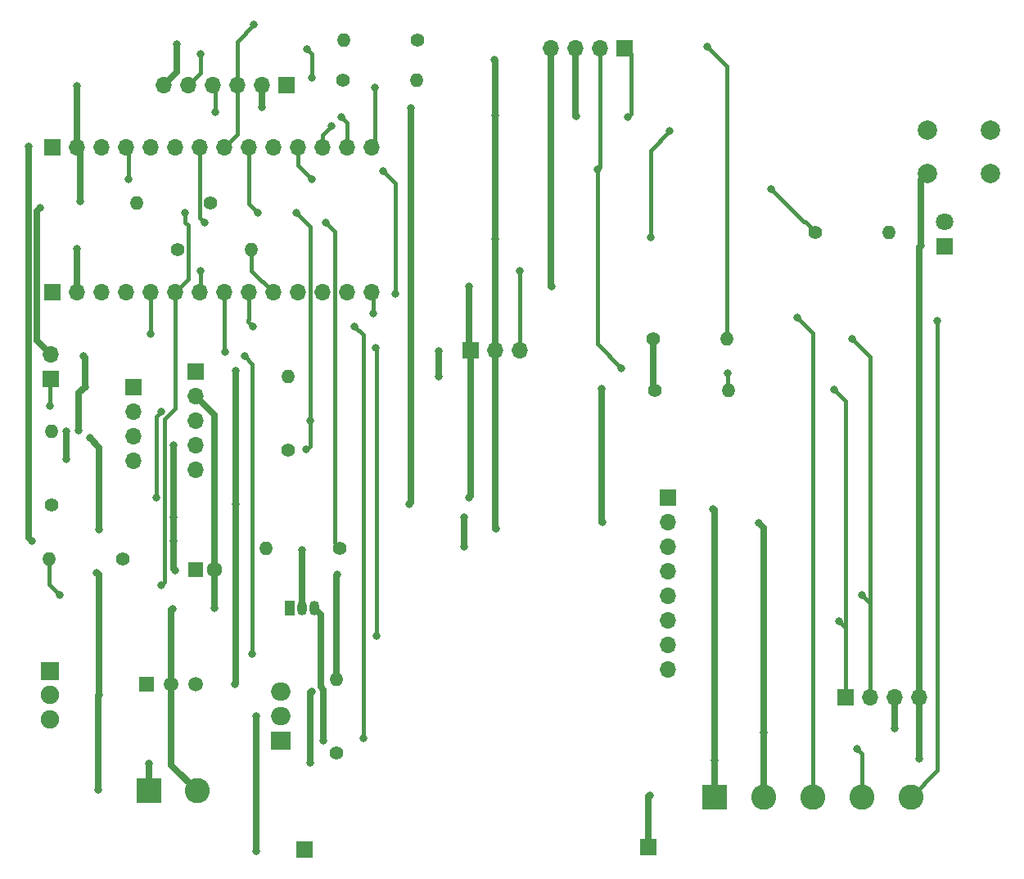
<source format=gbr>
%TF.GenerationSoftware,KiCad,Pcbnew,8.0.6-8.0.6-0~ubuntu24.04.1*%
%TF.CreationDate,2025-10-06T12:03:20-04:00*%
%TF.ProjectId,sweet-p,73776565-742d-4702-9e6b-696361645f70,rev?*%
%TF.SameCoordinates,Original*%
%TF.FileFunction,Copper,L2,Bot*%
%TF.FilePolarity,Positive*%
%FSLAX46Y46*%
G04 Gerber Fmt 4.6, Leading zero omitted, Abs format (unit mm)*
G04 Created by KiCad (PCBNEW 8.0.6-8.0.6-0~ubuntu24.04.1) date 2025-10-06 12:03:20*
%MOMM*%
%LPD*%
G01*
G04 APERTURE LIST*
%TA.AperFunction,ComponentPad*%
%ADD10O,1.400000X1.400000*%
%TD*%
%TA.AperFunction,ComponentPad*%
%ADD11C,1.400000*%
%TD*%
%TA.AperFunction,ComponentPad*%
%ADD12R,1.900000X1.900000*%
%TD*%
%TA.AperFunction,ComponentPad*%
%ADD13C,1.900000*%
%TD*%
%TA.AperFunction,ComponentPad*%
%ADD14R,1.700000X1.700000*%
%TD*%
%TA.AperFunction,ComponentPad*%
%ADD15O,1.700000X1.700000*%
%TD*%
%TA.AperFunction,ComponentPad*%
%ADD16R,1.800000X1.800000*%
%TD*%
%TA.AperFunction,ComponentPad*%
%ADD17C,1.800000*%
%TD*%
%TA.AperFunction,ComponentPad*%
%ADD18C,2.000000*%
%TD*%
%TA.AperFunction,ComponentPad*%
%ADD19R,2.600000X2.600000*%
%TD*%
%TA.AperFunction,ComponentPad*%
%ADD20C,2.600000*%
%TD*%
%TA.AperFunction,ComponentPad*%
%ADD21R,1.508000X1.508000*%
%TD*%
%TA.AperFunction,ComponentPad*%
%ADD22C,1.508000*%
%TD*%
%TA.AperFunction,ComponentPad*%
%ADD23R,1.600000X1.600000*%
%TD*%
%TA.AperFunction,ComponentPad*%
%ADD24C,1.600000*%
%TD*%
%TA.AperFunction,ComponentPad*%
%ADD25R,2.000000X1.905000*%
%TD*%
%TA.AperFunction,ComponentPad*%
%ADD26O,2.000000X1.905000*%
%TD*%
%TA.AperFunction,ComponentPad*%
%ADD27R,1.050000X1.500000*%
%TD*%
%TA.AperFunction,ComponentPad*%
%ADD28O,1.050000X1.500000*%
%TD*%
%TA.AperFunction,ViaPad*%
%ADD29C,0.800000*%
%TD*%
%TA.AperFunction,Conductor*%
%ADD30C,0.700000*%
%TD*%
%TA.AperFunction,Conductor*%
%ADD31C,0.400000*%
%TD*%
G04 APERTURE END LIST*
D10*
%TO.P,R5,2*%
%TO.N,RX*%
X104420000Y-41250000D03*
D11*
%TO.P,R5,1*%
%TO.N,Net-(J7-Pin_5)*%
X96800000Y-41250000D03*
%TD*%
D12*
%TO.P,S2,1*%
%TO.N,Net-(U8-+VIN)*%
X66500000Y-102400000D03*
D13*
%TO.P,S2,2*%
%TO.N,VEXT*%
X66500000Y-104900000D03*
%TO.P,S2,3*%
%TO.N,unconnected-(S2-Pad3)*%
X66500000Y-107400000D03*
%TD*%
D14*
%TO.P,U1,1,VDD*%
%TO.N,5V_DC*%
X81600000Y-71400000D03*
D15*
%TO.P,U1,2,GND*%
%TO.N,GND*%
X81600000Y-73940000D03*
%TO.P,U1,3,DELAY*%
%TO.N,Net-(J3-Pin_2)*%
X81600000Y-76480000D03*
%TO.P,U1,4,DRIVE*%
%TO.N,5V_TIMER*%
X81600000Y-79020000D03*
%TO.P,U1,5,DONE*%
%TO.N,DONE*%
X81600000Y-81560000D03*
%TD*%
D11*
%TO.P,R19,1*%
%TO.N,DONE*%
X91100000Y-79570000D03*
D10*
%TO.P,R19,2*%
%TO.N,GND*%
X91100000Y-71950000D03*
%TD*%
D16*
%TO.P,D1,1,K*%
%TO.N,GND*%
X159070000Y-58440000D03*
D17*
%TO.P,D1,2,A*%
%TO.N,Net-(D1-A)*%
X159070000Y-55900000D03*
%TD*%
D18*
%TO.P,SW1,1,1*%
%TO.N,FORCE_A5*%
X157250000Y-46450000D03*
X163750000Y-46450000D03*
%TO.P,SW1,2,2*%
%TO.N,GND*%
X157250000Y-50950000D03*
X163750000Y-50950000D03*
%TD*%
D14*
%TO.P,J4,1,Pin_1*%
%TO.N,Net-(J4-Pin_1)*%
X92800000Y-120900000D03*
%TD*%
D19*
%TO.P,J2,1,Pin_1*%
%TO.N,VEXT*%
X76750000Y-114800000D03*
D20*
%TO.P,J2,2,Pin_2*%
%TO.N,GND*%
X81750000Y-114800000D03*
%TD*%
D21*
%TO.P,U8,1,+VIN*%
%TO.N,Net-(U8-+VIN)*%
X76520000Y-103800000D03*
D22*
%TO.P,U8,2,GND*%
%TO.N,GND*%
X79060000Y-103800000D03*
%TO.P,U8,3,+VOUT*%
%TO.N,5V_DC*%
X81600000Y-103800000D03*
%TD*%
D23*
%TO.P,C2,1*%
%TO.N,5V_TIMER*%
X81544888Y-91950000D03*
D24*
%TO.P,C2,2*%
%TO.N,GND*%
X83544888Y-91950000D03*
%TD*%
D14*
%TO.P,J8,1,Pin_1*%
%TO.N,GND*%
X130450000Y-84500000D03*
D15*
%TO.P,J8,2,Pin_2*%
%TO.N,+3V3*%
X130450000Y-87040000D03*
%TO.P,J8,3,Pin_3*%
%TO.N,5V_TIMER*%
X130450000Y-89580000D03*
%TO.P,J8,4,Pin_4*%
%TO.N,VEXT*%
X130450000Y-92120000D03*
%TO.P,J8,5,Pin_5*%
%TO.N,SDA*%
X130450000Y-94660000D03*
%TO.P,J8,6,Pin_6*%
%TO.N,SCL*%
X130450000Y-97200000D03*
%TO.P,J8,7,Pin_7*%
%TO.N,A0*%
X130450000Y-99740000D03*
%TO.P,J8,8,Pin_8*%
%TO.N,A3*%
X130450000Y-102280000D03*
%TD*%
D10*
%TO.P,R17,2*%
%TO.N,GND*%
X96900000Y-37100000D03*
D11*
%TO.P,R17,1*%
%TO.N,SAT_EN*%
X104520000Y-37100000D03*
%TD*%
%TO.P,R13,1*%
%TO.N,VEXT*%
X74050000Y-90844887D03*
D10*
%TO.P,R13,2*%
%TO.N,BATT_A1*%
X66430000Y-90844887D03*
%TD*%
D14*
%TO.P,J6,1,Pin_1*%
%TO.N,Net-(J3-Pin_2)*%
X66600000Y-72200000D03*
D15*
%TO.P,J6,2,Pin_2*%
%TO.N,GND*%
X66600000Y-69660000D03*
%TD*%
D14*
%TO.P,J9,1,Pin_1*%
%TO.N,GND*%
X128400000Y-120600000D03*
%TD*%
%TO.P,J3,1,Pin_1*%
%TO.N,GND*%
X75150000Y-73000000D03*
D15*
%TO.P,J3,2,Pin_2*%
%TO.N,Net-(J3-Pin_2)*%
X75150000Y-75540000D03*
%TO.P,J3,3,Pin_3*%
%TO.N,+3V3*%
X75150000Y-78080000D03*
%TO.P,J3,4,Pin_4*%
%TO.N,DONE*%
X75150000Y-80620000D03*
%TD*%
D25*
%TO.P,Q1,1,G*%
%TO.N,Net-(Q1-G)*%
X90350000Y-109580000D03*
D26*
%TO.P,Q1,2,D*%
%TO.N,Net-(J4-Pin_1)*%
X90350000Y-107040000D03*
%TO.P,Q1,3,S*%
%TO.N,VEXT*%
X90350000Y-104500000D03*
%TD*%
D11*
%TO.P,R7,1*%
%TO.N,LED*%
X145650000Y-57000000D03*
D10*
%TO.P,R7,2*%
%TO.N,Net-(D1-A)*%
X153270000Y-57000000D03*
%TD*%
D11*
%TO.P,R12,1*%
%TO.N,+3V3*%
X129030000Y-73350000D03*
D10*
%TO.P,R12,2*%
%TO.N,SCL*%
X136650000Y-73350000D03*
%TD*%
D14*
%TO.P,A2,1,RESET*%
%TO.N,unconnected-(A2-RESET-Pad1)*%
X66720000Y-63235000D03*
D15*
%TO.P,A2,2,3V*%
%TO.N,+3V3*%
X69260000Y-63235000D03*
%TO.P,A2,3,EN*%
%TO.N,unconnected-(A2-EN-Pad3)*%
X71800000Y-63235000D03*
%TO.P,A2,4,VHI*%
%TO.N,VHI*%
X74340000Y-63235000D03*
%TO.P,A2,5,A0*%
%TO.N,A0*%
X76880000Y-63235000D03*
%TO.P,A2,6,A1*%
%TO.N,BATT_A1*%
X79420000Y-63235000D03*
%TO.P,A2,7,A2*%
%TO.N,PROBE_A2*%
X81960000Y-63235000D03*
%TO.P,A2,8,A3*%
%TO.N,A3*%
X84500000Y-63235000D03*
%TO.P,A2,9,A4*%
%TO.N,TX_A4*%
X87040000Y-63235000D03*
%TO.P,A2,10,A5*%
%TO.N,FORCE_A5*%
X89580000Y-63235000D03*
%TO.P,A2,11,SCK*%
%TO.N,SCK*%
X92120000Y-63235000D03*
%TO.P,A2,12,M0*%
%TO.N,MOSI*%
X94660000Y-63235000D03*
%TO.P,A2,13,MI*%
%TO.N,MISO*%
X97200000Y-63235000D03*
%TO.P,A2,14,D2*%
%TO.N,RX_D2*%
X99740000Y-63235000D03*
%TO.P,A2,15,RX*%
%TO.N,RX*%
X99770000Y-48200000D03*
%TO.P,A2,16,TX*%
%TO.N,TX*%
X97230000Y-48200000D03*
%TO.P,A2,17,SDA*%
%TO.N,SDA*%
X94690000Y-48200000D03*
%TO.P,A2,18,SCL*%
%TO.N,SCL*%
X92150000Y-48200000D03*
%TO.P,A2,19,5!*%
%TO.N,unconnected-(A2-5!-Pad19)*%
X89610000Y-48200000D03*
%TO.P,A2,20,7*%
%TO.N,DONE*%
X87070000Y-48200000D03*
%TO.P,A2,21,9*%
%TO.N,SAT_EN*%
X84530000Y-48200000D03*
%TO.P,A2,22,10*%
%TO.N,PROBE_EN*%
X81990000Y-48200000D03*
%TO.P,A2,23,11*%
%TO.N,ONEWIRE_11*%
X79450000Y-48200000D03*
%TO.P,A2,24,12*%
%TO.N,D12*%
X76910000Y-48200000D03*
%TO.P,A2,25,13*%
%TO.N,LED*%
X74370000Y-48200000D03*
%TO.P,A2,26,USB*%
%TO.N,unconnected-(A2-USB-Pad26)*%
X71830000Y-48200000D03*
%TO.P,A2,27,GND*%
%TO.N,GND*%
X69290000Y-48200000D03*
D14*
%TO.P,A2,28,BAT*%
%TO.N,5V_TIMER*%
X66750000Y-48200000D03*
%TD*%
D11*
%TO.P,R2,1*%
%TO.N,Net-(J3-Pin_2)*%
X66700000Y-85220000D03*
D10*
%TO.P,R2,2*%
%TO.N,GND*%
X66700000Y-77600000D03*
%TD*%
D14*
%TO.P,J7,1,Pin_1*%
%TO.N,+3V3*%
X90960000Y-41800000D03*
D15*
%TO.P,J7,2,Pin_2*%
%TO.N,5V_DC*%
X88420000Y-41800000D03*
%TO.P,J7,3,Pin_3*%
%TO.N,SAT_EN*%
X85880000Y-41800000D03*
%TO.P,J7,4,Pin_4*%
%TO.N,TX*%
X83340000Y-41800000D03*
%TO.P,J7,5,Pin_5*%
%TO.N,Net-(J7-Pin_5)*%
X80800000Y-41800000D03*
%TO.P,J7,6,Pin_6*%
%TO.N,GND*%
X78260000Y-41800000D03*
%TD*%
D14*
%TO.P,U2,1,SCL*%
%TO.N,SCL*%
X148800000Y-105150000D03*
D15*
%TO.P,U2,2,SDA*%
%TO.N,SDA*%
X151340000Y-105150000D03*
%TO.P,U2,3,VCC*%
%TO.N,+3V3*%
X153880000Y-105150000D03*
%TO.P,U2,4,GND*%
%TO.N,GND*%
X156420000Y-105150000D03*
%TD*%
D10*
%TO.P,R9,2*%
%TO.N,SDA*%
X136522500Y-68050000D03*
D11*
%TO.P,R9,1*%
%TO.N,+3V3*%
X128902500Y-68050000D03*
%TD*%
%TO.P,R21,1*%
%TO.N,Net-(Q1-G)*%
X96100000Y-110910000D03*
D10*
%TO.P,R21,2*%
%TO.N,VEXT*%
X96100000Y-103290000D03*
%TD*%
D11*
%TO.P,R22,1*%
%TO.N,PROBE_EN*%
X96500000Y-89700000D03*
D10*
%TO.P,R22,2*%
%TO.N,Net-(Q2-B)*%
X88880000Y-89700000D03*
%TD*%
D14*
%TO.P,J11,1,Pin_1*%
%TO.N,GND*%
X110050000Y-69250000D03*
D15*
%TO.P,J11,2,Pin_2*%
%TO.N,+3V3*%
X112590000Y-69250000D03*
%TO.P,J11,3,Pin_3*%
%TO.N,PROBE_A2*%
X115130000Y-69250000D03*
%TD*%
%TO.P,U4,1,GND*%
%TO.N,GND*%
X118340000Y-37937500D03*
%TO.P,U4,2,3V3*%
%TO.N,+3V3*%
X120880000Y-37937500D03*
%TO.P,U4,3,SCL*%
%TO.N,SCL*%
X123420000Y-37937500D03*
D14*
%TO.P,U4,4,SDA*%
%TO.N,SDA*%
X125960000Y-37937500D03*
%TD*%
D11*
%TO.P,R4,1*%
%TO.N,+3V3*%
X79700000Y-58800000D03*
D10*
%TO.P,R4,2*%
%TO.N,FORCE_A5*%
X87320000Y-58800000D03*
%TD*%
D19*
%TO.P,J5,1,Pin_1*%
%TO.N,GND*%
X135220000Y-115450000D03*
D20*
%TO.P,J5,2,Pin_2*%
%TO.N,+3V3*%
X140300000Y-115450000D03*
%TO.P,J5,3,Pin_3*%
%TO.N,RX_D2*%
X145380000Y-115450000D03*
%TO.P,J5,4,Pin_4*%
%TO.N,TX_A4*%
X150460000Y-115450000D03*
%TO.P,J5,5,Pin_5*%
%TO.N,D12*%
X155540000Y-115450000D03*
%TD*%
D27*
%TO.P,Q2,1,E*%
%TO.N,GND*%
X91260000Y-95900000D03*
D28*
%TO.P,Q2,2,B*%
%TO.N,Net-(Q2-B)*%
X92530000Y-95900000D03*
%TO.P,Q2,3,C*%
%TO.N,Net-(Q1-G)*%
X93800000Y-95900000D03*
%TD*%
D11*
%TO.P,R15,1*%
%TO.N,BATT_A1*%
X83120000Y-54000000D03*
D10*
%TO.P,R15,2*%
%TO.N,GND*%
X75500000Y-54000000D03*
%TD*%
D29*
%TO.N,GND*%
X65500000Y-54500000D03*
%TO.N,BATT_A1*%
X80500000Y-55000000D03*
X78000000Y-93500000D03*
X67500000Y-94500000D03*
%TO.N,Net-(J3-Pin_2)*%
X77500000Y-84500000D03*
X78000000Y-75540000D03*
X66500000Y-75000000D03*
%TO.N,DONE*%
X92000000Y-55000000D03*
X88000000Y-55000000D03*
X93000000Y-79500000D03*
%TO.N,PROBE_EN*%
X82500000Y-56000000D03*
X95000000Y-56000000D03*
%TO.N,SAT_EN*%
X87600000Y-35550000D03*
%TO.N,GND*%
X79600000Y-37550000D03*
%TO.N,Net-(J7-Pin_5)*%
X93100000Y-38050000D03*
X93600000Y-41050000D03*
X82100000Y-38550000D03*
%TO.N,TX*%
X83600000Y-44550000D03*
X96600000Y-45050000D03*
%TO.N,RX*%
X100100000Y-42050000D03*
%TO.N,SCL*%
X136600000Y-71550000D03*
X125600000Y-71050000D03*
X123100000Y-50550000D03*
X93600000Y-51550000D03*
%TO.N,SDA*%
X126300000Y-45050000D03*
X95600000Y-46050000D03*
%TO.N,PROBE_A2*%
X82100000Y-61050000D03*
X115100000Y-61050000D03*
%TO.N,LED*%
X141100000Y-52550000D03*
X74600000Y-51550000D03*
%TO.N,FORCE_A5*%
X128600000Y-57550000D03*
X130600000Y-46550000D03*
%TO.N,SDA*%
X134500000Y-37850000D03*
%TO.N,SCL*%
X147600000Y-73250000D03*
%TO.N,SDA*%
X149500000Y-68050000D03*
%TO.N,GND*%
X135100000Y-85650000D03*
%TO.N,A0*%
X100300000Y-98750000D03*
X76900000Y-67550000D03*
X100200000Y-68950000D03*
%TO.N,A3*%
X84600000Y-69350000D03*
X87400000Y-100650000D03*
X86600000Y-69850000D03*
%TO.N,SCL*%
X148100000Y-97250000D03*
%TO.N,SDA*%
X150500000Y-94550000D03*
%TO.N,RX_D2*%
X99900000Y-65450000D03*
X143800000Y-65850000D03*
%TO.N,TX_A4*%
X87500000Y-66725000D03*
X98900000Y-109325000D03*
X149975000Y-110450000D03*
X98000000Y-66725000D03*
%TO.N,D12*%
X102200000Y-63350000D03*
X158250000Y-66150000D03*
X100950000Y-50700000D03*
%TO.N,+3V3*%
X120900000Y-45025000D03*
X112550000Y-44925000D03*
%TO.N,GND*%
X109875000Y-62650000D03*
X118350000Y-62650000D03*
X109850000Y-84450000D03*
X156400000Y-111475000D03*
X135200000Y-111650000D03*
X156550000Y-58400000D03*
%TO.N,+3V3*%
X123550000Y-73175000D03*
X123600000Y-87040000D03*
X139800000Y-87075000D03*
X153850000Y-108300000D03*
X140350000Y-108725000D03*
%TO.N,GND*%
X128525000Y-115275000D03*
%TO.N,+3V3*%
X112450000Y-39200000D03*
X112550000Y-57700000D03*
%TO.N,GND*%
X69275000Y-41850000D03*
%TO.N,5V_TIMER*%
X64600000Y-88950000D03*
X79300000Y-88950000D03*
X64250000Y-48150000D03*
%TO.N,Net-(Q2-B)*%
X92600000Y-89850000D03*
%TO.N,Net-(Q1-G)*%
X94770000Y-109580000D03*
%TO.N,Net-(J4-Pin_1)*%
X87850000Y-121000000D03*
X87800000Y-107100000D03*
%TO.N,VEXT*%
X96200000Y-92400000D03*
X93450000Y-111900000D03*
X93550000Y-104500000D03*
X76750000Y-111950000D03*
%TO.N,5V_TIMER*%
X109300000Y-86500000D03*
X79300000Y-86500000D03*
X109300000Y-89550000D03*
%TO.N,5V_DC*%
X103800000Y-44200000D03*
X88450000Y-44100000D03*
X103650000Y-85150000D03*
X85750000Y-85150000D03*
X85600000Y-103750000D03*
X85750000Y-71350000D03*
%TO.N,5V_TIMER*%
X79450000Y-92000000D03*
X79300000Y-79000000D03*
%TO.N,GND*%
X83550000Y-95900000D03*
X79150000Y-95950000D03*
%TO.N,VEXT*%
X71450000Y-114700000D03*
X71350000Y-92250000D03*
X71550000Y-104850000D03*
%TO.N,GND*%
X68150000Y-80450000D03*
X68200000Y-77600000D03*
X69450000Y-77500000D03*
X70000000Y-69850000D03*
X70100000Y-73000000D03*
%TO.N,+3V3*%
X70600000Y-78300000D03*
X71600000Y-87750000D03*
X112600000Y-87700000D03*
%TO.N,GND*%
X106750000Y-69300000D03*
X106750000Y-71900000D03*
%TO.N,+3V3*%
X69300000Y-58700000D03*
%TO.N,GND*%
X69600000Y-53800000D03*
%TO.N,DONE*%
X93410000Y-76500000D03*
%TD*%
D30*
%TO.N,GND*%
X65500000Y-54500000D02*
X65150000Y-54850000D01*
X65150000Y-54850000D02*
X65150000Y-68210000D01*
X65150000Y-68210000D02*
X66600000Y-69660000D01*
D31*
%TO.N,BATT_A1*%
X80800000Y-56300000D02*
X80800000Y-61855000D01*
X80500000Y-56000000D02*
X80800000Y-56300000D01*
X80500000Y-55000000D02*
X80500000Y-56000000D01*
X80800000Y-61855000D02*
X79420000Y-63235000D01*
X78331371Y-76340000D02*
X79420000Y-75251371D01*
X79420000Y-75251371D02*
X79420000Y-63235000D01*
X78000000Y-93500000D02*
X78331371Y-93168629D01*
X78331371Y-93168629D02*
X78331371Y-76340000D01*
X66430000Y-93430000D02*
X67500000Y-94500000D01*
X66430000Y-90844887D02*
X66430000Y-93430000D01*
%TO.N,Net-(J3-Pin_2)*%
X77500000Y-84500000D02*
X77500000Y-76040000D01*
X77500000Y-76040000D02*
X78000000Y-75540000D01*
X66500000Y-75000000D02*
X66500000Y-72300000D01*
X66500000Y-72300000D02*
X66600000Y-72200000D01*
D30*
%TO.N,GND*%
X83544888Y-91950000D02*
X83544888Y-75884888D01*
X83544888Y-75884888D02*
X81600000Y-73940000D01*
D31*
%TO.N,DONE*%
X87070000Y-48200000D02*
X87070000Y-54070000D01*
X87070000Y-54070000D02*
X88000000Y-55000000D01*
X92000000Y-55000000D02*
X93410000Y-56410000D01*
X93410000Y-79090000D02*
X93000000Y-79500000D01*
%TO.N,PROBE_EN*%
X82500000Y-56000000D02*
X81990000Y-55490000D01*
X96500000Y-89700000D02*
X95950000Y-89150000D01*
X95950000Y-89150000D02*
X95950000Y-56950000D01*
X95950000Y-56950000D02*
X95000000Y-56000000D01*
X81990000Y-55490000D02*
X81990000Y-48200000D01*
%TO.N,SAT_EN*%
X87600000Y-35550000D02*
X85880000Y-37270000D01*
X85880000Y-37270000D02*
X85880000Y-41800000D01*
D30*
%TO.N,GND*%
X79600000Y-37550000D02*
X79600000Y-40460000D01*
X79600000Y-40460000D02*
X78260000Y-41800000D01*
D31*
%TO.N,Net-(J7-Pin_5)*%
X93600000Y-38550000D02*
X93100000Y-38050000D01*
X93600000Y-41050000D02*
X93600000Y-38550000D01*
X82100000Y-38550000D02*
X82100000Y-40500000D01*
X82100000Y-40500000D02*
X80800000Y-41800000D01*
%TO.N,SAT_EN*%
X85880000Y-41800000D02*
X85880000Y-46850000D01*
X85880000Y-46850000D02*
X84530000Y-48200000D01*
%TO.N,TX*%
X97230000Y-48200000D02*
X97230000Y-45680000D01*
X97230000Y-45680000D02*
X96600000Y-45050000D01*
X83600000Y-44550000D02*
X83600000Y-42060000D01*
X83600000Y-42060000D02*
X83340000Y-41800000D01*
%TO.N,RX*%
X100100000Y-42050000D02*
X100100000Y-47870000D01*
X100100000Y-47870000D02*
X99770000Y-48200000D01*
%TO.N,SCL*%
X136600000Y-71550000D02*
X136600000Y-73300000D01*
X123100000Y-50550000D02*
X123100000Y-68550000D01*
X123100000Y-68550000D02*
X125600000Y-71050000D01*
X136600000Y-73300000D02*
X136650000Y-73350000D01*
X92150000Y-48200000D02*
X92150000Y-50100000D01*
X92150000Y-50100000D02*
X93600000Y-51550000D01*
X123100000Y-50550000D02*
X123420000Y-50230000D01*
X123420000Y-50230000D02*
X123420000Y-37937500D01*
%TO.N,SDA*%
X94690000Y-48200000D02*
X94690000Y-46960000D01*
X94690000Y-46960000D02*
X95600000Y-46050000D01*
X126300000Y-45050000D02*
X126600000Y-44750000D01*
X126600000Y-44750000D02*
X126600000Y-38577500D01*
X126600000Y-38577500D02*
X125960000Y-37937500D01*
%TO.N,PROBE_A2*%
X82100000Y-61050000D02*
X82100000Y-63095000D01*
X82100000Y-63095000D02*
X81960000Y-63235000D01*
X115130000Y-61080000D02*
X115100000Y-61050000D01*
X115130000Y-69250000D02*
X115130000Y-61080000D01*
%TO.N,LED*%
X144600000Y-55950000D02*
X144500000Y-55950000D01*
X144500000Y-55950000D02*
X141100000Y-52550000D01*
X145650000Y-57000000D02*
X144600000Y-55950000D01*
X74600000Y-51550000D02*
X74600000Y-48430000D01*
X74600000Y-48430000D02*
X74370000Y-48200000D01*
%TO.N,FORCE_A5*%
X87320000Y-58800000D02*
X87320000Y-60975000D01*
X87320000Y-60975000D02*
X89580000Y-63235000D01*
X128600000Y-48550000D02*
X128600000Y-57550000D01*
X130600000Y-46550000D02*
X128600000Y-48550000D01*
%TO.N,SDA*%
X136522500Y-39872500D02*
X134500000Y-37850000D01*
X136522500Y-68050000D02*
X136522500Y-39872500D01*
%TO.N,SCL*%
X148800000Y-74450000D02*
X147600000Y-73250000D01*
X148800000Y-98250000D02*
X148800000Y-74450000D01*
X148800000Y-105150000D02*
X148800000Y-98250000D01*
X148800000Y-98250000D02*
X148800000Y-97950000D01*
%TO.N,SDA*%
X151340000Y-69890000D02*
X149500000Y-68050000D01*
X151340000Y-95650000D02*
X151340000Y-69890000D01*
X151340000Y-105150000D02*
X151340000Y-95650000D01*
X151340000Y-95650000D02*
X151340000Y-95390000D01*
D30*
%TO.N,GND*%
X135200000Y-111650000D02*
X135200000Y-85750000D01*
X135200000Y-85750000D02*
X135100000Y-85650000D01*
D31*
%TO.N,A0*%
X100300000Y-98750000D02*
X100300000Y-69050000D01*
X100300000Y-69050000D02*
X100200000Y-68950000D01*
X76900000Y-67550000D02*
X76880000Y-67530000D01*
X76880000Y-67530000D02*
X76880000Y-63235000D01*
%TO.N,A3*%
X87400000Y-70650000D02*
X86600000Y-69850000D01*
X87400000Y-100650000D02*
X87400000Y-70650000D01*
X84600000Y-69350000D02*
X84500000Y-69250000D01*
X84500000Y-69250000D02*
X84500000Y-63235000D01*
%TO.N,SCL*%
X148800000Y-97950000D02*
X148100000Y-97250000D01*
%TO.N,SDA*%
X151340000Y-95390000D02*
X150500000Y-94550000D01*
%TO.N,RX_D2*%
X145380000Y-115450000D02*
X145380000Y-67430000D01*
X145380000Y-67430000D02*
X143800000Y-65850000D01*
X99900000Y-65450000D02*
X99900000Y-63395000D01*
X99900000Y-63395000D02*
X99740000Y-63235000D01*
%TO.N,TX_A4*%
X87500000Y-66725000D02*
X87000000Y-66225000D01*
X87000000Y-66225000D02*
X87000000Y-66050000D01*
X87000000Y-66050000D02*
X87040000Y-66010000D01*
X87040000Y-66010000D02*
X87040000Y-63235000D01*
X150460000Y-115450000D02*
X150460000Y-110935000D01*
X150460000Y-110935000D02*
X149975000Y-110450000D01*
X98900000Y-109325000D02*
X98900000Y-67625000D01*
X98900000Y-67625000D02*
X98000000Y-66725000D01*
%TO.N,D12*%
X102200000Y-51950000D02*
X100950000Y-50700000D01*
X158300000Y-112690000D02*
X158300000Y-110950000D01*
X155540000Y-115450000D02*
X158300000Y-112690000D01*
X102200000Y-63350000D02*
X102200000Y-51950000D01*
X158300000Y-110950000D02*
X158300000Y-66200000D01*
X158300000Y-66200000D02*
X158250000Y-66150000D01*
D30*
%TO.N,+3V3*%
X120880000Y-45005000D02*
X120900000Y-45025000D01*
X120880000Y-37937500D02*
X120880000Y-45005000D01*
X112550000Y-57700000D02*
X112550000Y-44925000D01*
X112550000Y-44925000D02*
X112550000Y-39300000D01*
%TO.N,GND*%
X118340000Y-37937500D02*
X118340000Y-62640000D01*
X118340000Y-62640000D02*
X118350000Y-62650000D01*
X109875000Y-62650000D02*
X109875000Y-69075000D01*
X109875000Y-69075000D02*
X110050000Y-69250000D01*
X78125000Y-41665000D02*
X78260000Y-41800000D01*
X109850000Y-84450000D02*
X110050000Y-84250000D01*
X110050000Y-84250000D02*
X110050000Y-69250000D01*
X135220000Y-115450000D02*
X135220000Y-111670000D01*
X135220000Y-111670000D02*
X135200000Y-111650000D01*
X156400000Y-111475000D02*
X156400000Y-105170000D01*
X156400000Y-105170000D02*
X156420000Y-105150000D01*
X156550000Y-58400000D02*
X156550000Y-51650000D01*
X156550000Y-51650000D02*
X157250000Y-50950000D01*
X156420000Y-58530000D02*
X156550000Y-58400000D01*
X156420000Y-105150000D02*
X156420000Y-58530000D01*
%TO.N,+3V3*%
X123550000Y-73175000D02*
X123550000Y-86990000D01*
X123550000Y-86990000D02*
X123600000Y-87040000D01*
X128902500Y-68050000D02*
X128902500Y-73222500D01*
X128902500Y-73222500D02*
X129030000Y-73350000D01*
X140350000Y-87625000D02*
X139800000Y-87075000D01*
X140350000Y-108725000D02*
X140350000Y-87625000D01*
X140300000Y-115450000D02*
X140300000Y-108775000D01*
X140300000Y-108775000D02*
X140350000Y-108725000D01*
X153850000Y-108300000D02*
X153850000Y-105180000D01*
X153850000Y-105180000D02*
X153880000Y-105150000D01*
%TO.N,GND*%
X128400000Y-115400000D02*
X128525000Y-115275000D01*
X128400000Y-120600000D02*
X128400000Y-115400000D01*
%TO.N,+3V3*%
X90950000Y-41790000D02*
X90960000Y-41800000D01*
X112550000Y-39300000D02*
X112450000Y-39200000D01*
X112550000Y-57700000D02*
X112590000Y-57740000D01*
X112590000Y-57740000D02*
X112590000Y-69250000D01*
%TO.N,GND*%
X69275000Y-48185000D02*
X69290000Y-48200000D01*
X69275000Y-41850000D02*
X69275000Y-48185000D01*
%TO.N,5V_TIMER*%
X64250000Y-88600000D02*
X64600000Y-88950000D01*
X79300000Y-86500000D02*
X79300000Y-88950000D01*
X64250000Y-48150000D02*
X64250000Y-88600000D01*
X79300000Y-88950000D02*
X79300000Y-91850000D01*
%TO.N,GND*%
X79060000Y-103800000D02*
X79060000Y-112110000D01*
X79060000Y-112110000D02*
X81750000Y-114800000D01*
%TO.N,Net-(Q2-B)*%
X92600000Y-89850000D02*
X92600000Y-95830000D01*
X92600000Y-95830000D02*
X92530000Y-95900000D01*
%TO.N,Net-(Q1-G)*%
X93800000Y-95900000D02*
X94500000Y-96600000D01*
X94500000Y-96600000D02*
X94500000Y-104050000D01*
X94500000Y-104050000D02*
X94770000Y-104320000D01*
X94770000Y-104320000D02*
X94770000Y-109580000D01*
%TO.N,Net-(J4-Pin_1)*%
X87800000Y-120950000D02*
X87850000Y-121000000D01*
X87800000Y-107100000D02*
X87800000Y-120950000D01*
%TO.N,VEXT*%
X96200000Y-92400000D02*
X96100000Y-92500000D01*
X96100000Y-92500000D02*
X96100000Y-103290000D01*
X93450000Y-111900000D02*
X93450000Y-104600000D01*
X93450000Y-104600000D02*
X93550000Y-104500000D01*
X76750000Y-114800000D02*
X76750000Y-111950000D01*
%TO.N,5V_TIMER*%
X109300000Y-89550000D02*
X109300000Y-86500000D01*
X79300000Y-79000000D02*
X79300000Y-86500000D01*
%TO.N,5V_DC*%
X88420000Y-41800000D02*
X88420000Y-44070000D01*
X85750000Y-85150000D02*
X85750000Y-103600000D01*
X88420000Y-44070000D02*
X88450000Y-44100000D01*
X103800000Y-85000000D02*
X103650000Y-85150000D01*
X85750000Y-71350000D02*
X85750000Y-85150000D01*
X103800000Y-44200000D02*
X103800000Y-85000000D01*
X85750000Y-103600000D02*
X85600000Y-103750000D01*
%TO.N,5V_TIMER*%
X79300000Y-91850000D02*
X79450000Y-92000000D01*
%TO.N,GND*%
X83544888Y-91950000D02*
X83544888Y-95894888D01*
X83544888Y-95894888D02*
X83550000Y-95900000D01*
X79060000Y-96040000D02*
X79150000Y-95950000D01*
X79060000Y-103800000D02*
X79060000Y-96040000D01*
%TO.N,VEXT*%
X71450000Y-114700000D02*
X71450000Y-104950000D01*
X71450000Y-104950000D02*
X71550000Y-104850000D01*
X71550000Y-92450000D02*
X71350000Y-92250000D01*
X71550000Y-104850000D02*
X71550000Y-92450000D01*
%TO.N,GND*%
X68150000Y-77650000D02*
X68200000Y-77600000D01*
X68150000Y-80450000D02*
X68150000Y-77650000D01*
X69450000Y-77500000D02*
X69450000Y-73650000D01*
X69450000Y-73650000D02*
X70100000Y-73000000D01*
X70100000Y-69950000D02*
X70000000Y-69850000D01*
X70100000Y-73000000D02*
X70100000Y-69950000D01*
%TO.N,+3V3*%
X71600000Y-79300000D02*
X70600000Y-78300000D01*
X71600000Y-87750000D02*
X71600000Y-79300000D01*
X112590000Y-87690000D02*
X112600000Y-87700000D01*
X112590000Y-69250000D02*
X112590000Y-87690000D01*
%TO.N,GND*%
X106750000Y-71900000D02*
X106750000Y-69300000D01*
%TO.N,+3V3*%
X69260000Y-58740000D02*
X69300000Y-58700000D01*
X69260000Y-63235000D02*
X69260000Y-58740000D01*
%TO.N,GND*%
X69600000Y-53800000D02*
X69600000Y-48510000D01*
X69600000Y-48510000D02*
X69290000Y-48200000D01*
D31*
%TO.N,DONE*%
X93410000Y-76500000D02*
X93410000Y-79090000D01*
X93410000Y-56410000D02*
X93410000Y-76500000D01*
%TD*%
M02*

</source>
